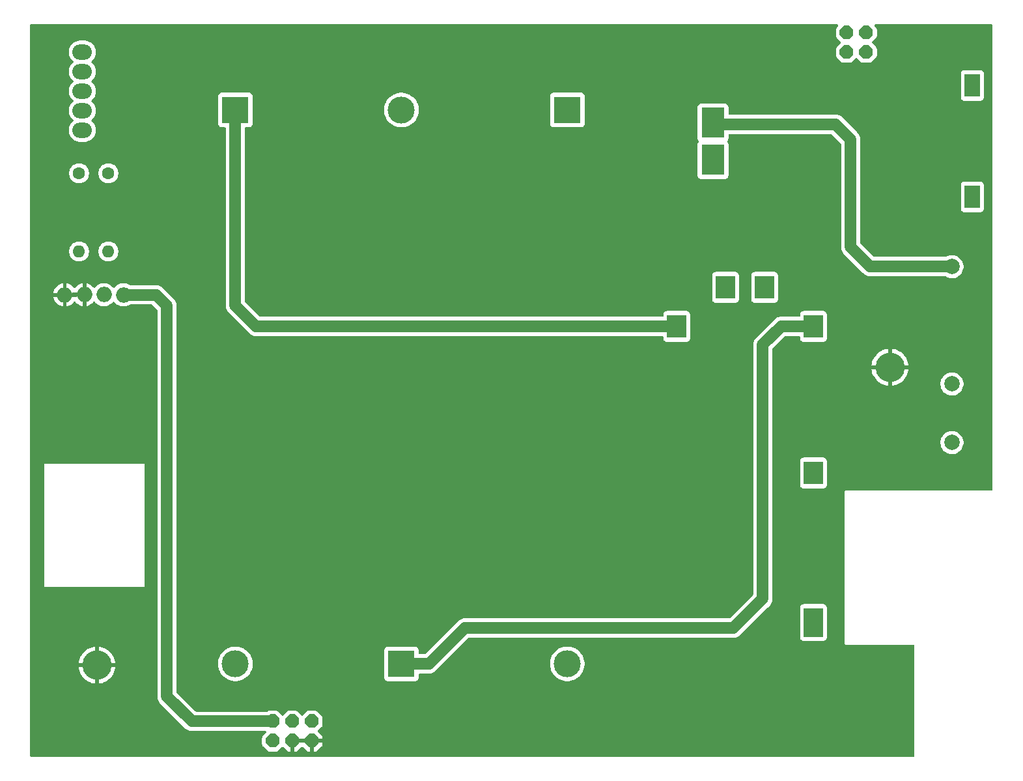
<source format=gbr>
%TF.GenerationSoftware,KiCad,Pcbnew,9.0.0*%
%TF.CreationDate,2025-05-09T22:52:22+03:00*%
%TF.ProjectId,QMX+ Battery + Audio Board,514d582b-2042-4617-9474-657279202b20,rev?*%
%TF.SameCoordinates,Original*%
%TF.FileFunction,Copper,L2,Bot*%
%TF.FilePolarity,Positive*%
%FSLAX46Y46*%
G04 Gerber Fmt 4.6, Leading zero omitted, Abs format (unit mm)*
G04 Created by KiCad (PCBNEW 9.0.0) date 2025-05-09 22:52:22*
%MOMM*%
%LPD*%
G01*
G04 APERTURE LIST*
G04 Aperture macros list*
%AMOutline5P*
0 Free polygon, 5 corners , with rotation*
0 The origin of the aperture is its center*
0 number of corners: always 5*
0 $1 to $10 corner X, Y*
0 $11 Rotation angle, in degrees counterclockwise*
0 create outline with 5 corners*
4,1,5,$1,$2,$3,$4,$5,$6,$7,$8,$9,$10,$1,$2,$11*%
%AMOutline6P*
0 Free polygon, 6 corners , with rotation*
0 The origin of the aperture is its center*
0 number of corners: always 6*
0 $1 to $12 corner X, Y*
0 $13 Rotation angle, in degrees counterclockwise*
0 create outline with 6 corners*
4,1,6,$1,$2,$3,$4,$5,$6,$7,$8,$9,$10,$11,$12,$1,$2,$13*%
%AMOutline7P*
0 Free polygon, 7 corners , with rotation*
0 The origin of the aperture is its center*
0 number of corners: always 7*
0 $1 to $14 corner X, Y*
0 $15 Rotation angle, in degrees counterclockwise*
0 create outline with 7 corners*
4,1,7,$1,$2,$3,$4,$5,$6,$7,$8,$9,$10,$11,$12,$13,$14,$1,$2,$15*%
%AMOutline8P*
0 Free polygon, 8 corners , with rotation*
0 The origin of the aperture is its center*
0 number of corners: always 8*
0 $1 to $16 corner X, Y*
0 $17 Rotation angle, in degrees counterclockwise*
0 create outline with 8 corners*
4,1,8,$1,$2,$3,$4,$5,$6,$7,$8,$9,$10,$11,$12,$13,$14,$15,$16,$1,$2,$17*%
G04 Aperture macros list end*
%TA.AperFunction,ComponentPad*%
%ADD10C,2.000000*%
%TD*%
%TA.AperFunction,ComponentPad*%
%ADD11R,2.000000X3.000000*%
%TD*%
%TA.AperFunction,ComponentPad*%
%ADD12R,3.000000X4.000000*%
%TD*%
%TA.AperFunction,ComponentPad*%
%ADD13R,3.500000X3.500000*%
%TD*%
%TA.AperFunction,ComponentPad*%
%ADD14C,3.500000*%
%TD*%
%TA.AperFunction,ComponentPad*%
%ADD15O,2.000000X2.000000*%
%TD*%
%TA.AperFunction,ComponentPad*%
%ADD16O,2.540000X2.000000*%
%TD*%
%TA.AperFunction,ComponentPad*%
%ADD17C,1.600000*%
%TD*%
%TA.AperFunction,ComponentPad*%
%ADD18O,1.600000X1.600000*%
%TD*%
%TA.AperFunction,ComponentPad*%
%ADD19R,2.520000X1.551400*%
%TD*%
%TA.AperFunction,ComponentPad*%
%ADD20R,2.500000X3.000000*%
%TD*%
%TA.AperFunction,ComponentPad*%
%ADD21C,3.810000*%
%TD*%
%TA.AperFunction,ComponentPad*%
%ADD22Outline8P,-0.889000X0.368236X-0.368236X0.889000X0.368236X0.889000X0.889000X0.368236X0.889000X-0.368236X0.368236X-0.889000X-0.368236X-0.889000X-0.889000X-0.368236X0.000000*%
%TD*%
%TA.AperFunction,ComponentPad*%
%ADD23Outline8P,-0.889000X0.368236X-0.368236X0.889000X0.368236X0.889000X0.889000X0.368236X0.889000X-0.368236X0.368236X-0.889000X-0.368236X-0.889000X-0.889000X-0.368236X270.000000*%
%TD*%
%TA.AperFunction,Conductor*%
%ADD24C,1.500000*%
%TD*%
G04 APERTURE END LIST*
D10*
%TO.P,F1,2*%
%TO.N,Net-(BMS1-+)*%
X210000000Y-101600000D03*
%TO.P,F1,1*%
%TO.N,Net-(J3-Pin_1)*%
X210000000Y-86360000D03*
%TO.P,F1,2*%
%TO.N,Net-(BMS1-+)*%
X210000000Y-109220000D03*
%TD*%
D11*
%TO.P,U1,1,VIN*%
%TO.N,unconnected-(U1-VIN-Pad1)*%
X212668500Y-77317500D03*
%TO.P,U1,2,GND*%
%TO.N,unconnected-(U1-GND-Pad2)*%
X212668500Y-62839500D03*
D12*
%TO.P,U1,3,BAT*%
%TO.N,Net-(J3-Pin_1)*%
X178938500Y-67665500D03*
%TO.P,U1,4,GND*%
%TO.N,Net-(BMS1--)*%
X178938500Y-72491500D03*
%TD*%
D13*
%TO.P,BT3,1,+*%
%TO.N,Net-(BMS1-12.6V)*%
X116840000Y-66000000D03*
D14*
%TO.P,BT3,2,-*%
%TO.N,Net-(BMS1-8.4V)*%
X116840000Y-138000000D03*
%TD*%
D15*
%TO.P,U2,1,VDD*%
%TO.N,Net-(J2-Pin_2)*%
X102284000Y-90028200D03*
%TO.P,U2,2,IN*%
%TO.N,Net-(U2-IN)*%
X99744000Y-90006100D03*
%TO.P,U2,3,GND*%
%TO.N,GND*%
X94655000Y-90028200D03*
X97204000Y-90006100D03*
%TD*%
D16*
%TO.P,J1,1,Pin_1*%
%TO.N,unconnected-(J1-Pin_1-Pad1)*%
X96940000Y-68640000D03*
%TO.P,J1,2,Pin_2*%
%TO.N,unconnected-(J1-Pin_2-Pad2)*%
X96940000Y-66100000D03*
%TO.P,J1,3,Pin_3*%
%TO.N,Net-(J1-Pin_3)*%
X96940000Y-63560000D03*
%TO.P,J1,4,Pin_4*%
%TO.N,Net-(J1-Pin_4)*%
X96940000Y-61020000D03*
%TO.P,J1,5,Pin_5*%
%TO.N,unconnected-(J1-Pin_5-Pad5)*%
X96940000Y-58480000D03*
%TD*%
D17*
%TO.P,R2,1*%
%TO.N,Net-(J1-Pin_4)*%
X96520000Y-74236000D03*
D18*
%TO.P,R2,2*%
%TO.N,Net-(U2-IN)*%
X96520000Y-84396000D03*
%TD*%
D17*
%TO.P,R1,1*%
%TO.N,Net-(J1-Pin_3)*%
X100330000Y-74236000D03*
D18*
%TO.P,R1,2*%
%TO.N,Net-(U2-IN)*%
X100330000Y-84396000D03*
%TD*%
D19*
%TO.P,BMS1,1,0V*%
%TO.N,Net-(BMS1-0V)*%
X192010000Y-133750300D03*
D20*
X192000000Y-132240000D03*
%TO.P,BMS1,2,4.2V*%
%TO.N,Net-(BMS1-4.2V)*%
X192000000Y-113190000D03*
%TO.P,BMS1,3,8.4V*%
%TO.N,Net-(BMS1-8.4V)*%
X192000000Y-94140000D03*
%TO.P,BMS1,4,12.6V*%
%TO.N,Net-(BMS1-12.6V)*%
X174220000Y-94140000D03*
%TO.P,BMS1,5,+*%
%TO.N,Net-(BMS1-+)*%
X180570000Y-89060000D03*
%TO.P,BMS1,6,-*%
%TO.N,Net-(BMS1--)*%
X185650000Y-89060000D03*
%TD*%
D21*
%TO.P,H1,B3\u002C3*%
%TO.N,GND*%
X98840000Y-138172500D03*
%TD*%
%TO.P,H2,B3\u002C3*%
%TO.N,GND*%
X201948750Y-99437500D03*
%TD*%
D13*
%TO.P,BT2,1,+*%
%TO.N,Net-(BMS1-8.4V)*%
X138430000Y-138000000D03*
D14*
%TO.P,BT2,2,-*%
%TO.N,Net-(BMS1-4.2V)*%
X138430000Y-66000000D03*
%TD*%
D13*
%TO.P,BT1,1,+*%
%TO.N,Net-(BMS1-4.2V)*%
X160000000Y-66000000D03*
D14*
%TO.P,BT1,2,-*%
%TO.N,Net-(BMS1-0V)*%
X160000000Y-138000000D03*
%TD*%
D22*
%TO.P,J2,1,Pin_1*%
%TO.N,unconnected-(J2-Pin_1-Pad1)*%
X121700000Y-148010000D03*
%TO.P,J2,2,Pin_2*%
%TO.N,Net-(J2-Pin_2)*%
X121700000Y-145470000D03*
%TO.P,J2,3,Pin_3*%
%TO.N,GND*%
X124240000Y-148010000D03*
%TO.P,J2,4,Pin_4*%
%TO.N,unconnected-(J2-Pin_4-Pad4)*%
X124240000Y-145470000D03*
%TO.P,J2,5,Pin_5*%
%TO.N,GND*%
X126780000Y-148010000D03*
%TO.P,J2,6,Pin_6*%
%TO.N,unconnected-(J2-Pin_6-Pad6)*%
X126780000Y-145470000D03*
%TD*%
D23*
%TO.P,J3,1,Pin_1*%
%TO.N,Net-(J3-Pin_1)*%
X196312500Y-55940000D03*
%TO.P,J3,2,Pin_2*%
%TO.N,unconnected-(J3-Pin_2-Pad2)*%
X198852500Y-55940000D03*
%TO.P,J3,3,Pin_3*%
%TO.N,Net-(BMS1--)*%
X196312500Y-58480000D03*
%TO.P,J3,4,Pin_4*%
%TO.N,unconnected-(J3-Pin_4-Pad4)*%
X198852500Y-58480000D03*
%TD*%
D24*
%TO.N,Net-(J3-Pin_1)*%
X199390000Y-86360000D02*
X210000000Y-86360000D01*
X196850000Y-83820000D02*
X199390000Y-86360000D01*
X196850000Y-69850000D02*
X196850000Y-83820000D01*
%TO.N,Net-(BMS1-12.6V)*%
X119540000Y-94140000D02*
X174220000Y-94140000D01*
X116840000Y-66000000D02*
X116840000Y-91440000D01*
X116840000Y-91440000D02*
X119540000Y-94140000D01*
%TO.N,Net-(BMS1-8.4V)*%
X146650000Y-133350000D02*
X181610000Y-133350000D01*
X187800000Y-94140000D02*
X192000000Y-94140000D01*
X181610000Y-133350000D02*
X185420000Y-129540000D01*
X138430000Y-138000000D02*
X142000000Y-138000000D01*
X185420000Y-96520000D02*
X187800000Y-94140000D01*
X185420000Y-129540000D02*
X185420000Y-96520000D01*
X142000000Y-138000000D02*
X146650000Y-133350000D01*
%TO.N,Net-(J2-Pin_2)*%
X106538200Y-90028200D02*
X102284000Y-90028200D01*
X107950000Y-142240000D02*
X107950000Y-91440000D01*
X121700000Y-145470000D02*
X111180000Y-145470000D01*
X111180000Y-145470000D02*
X107950000Y-142240000D01*
X107950000Y-91440000D02*
X106538200Y-90028200D01*
%TO.N,Net-(J3-Pin_1)*%
X194861600Y-67861600D02*
X178938500Y-67861600D01*
X178938500Y-68580000D02*
X178938500Y-67861600D01*
X196850000Y-69850000D02*
X194861600Y-67861600D01*
%TD*%
%TA.AperFunction,Conductor*%
%TO.N,GND*%
G36*
X126306619Y-147813919D02*
G01*
X126272000Y-147943120D01*
X126272000Y-148076880D01*
X126306619Y-148206081D01*
X126337749Y-148260000D01*
X124682251Y-148260000D01*
X124713381Y-148206081D01*
X124748000Y-148076880D01*
X124748000Y-147943120D01*
X124713381Y-147813919D01*
X124682251Y-147760000D01*
X126337749Y-147760000D01*
X126306619Y-147813919D01*
G37*
%TD.AperFunction*%
%TA.AperFunction,Conductor*%
G36*
X96738075Y-89813107D02*
G01*
X96704000Y-89940274D01*
X96704000Y-90071926D01*
X96738075Y-90199093D01*
X96770988Y-90256100D01*
X96273179Y-90256100D01*
X96237896Y-90275366D01*
X96211538Y-90278200D01*
X95088012Y-90278200D01*
X95120925Y-90221193D01*
X95155000Y-90094026D01*
X95155000Y-89962374D01*
X95120925Y-89835207D01*
X95088012Y-89778200D01*
X95585821Y-89778200D01*
X95621104Y-89758934D01*
X95647462Y-89756100D01*
X96770988Y-89756100D01*
X96738075Y-89813107D01*
G37*
%TD.AperFunction*%
%TA.AperFunction,Conductor*%
G36*
X195184627Y-54890185D02*
G01*
X195230382Y-54942989D01*
X195240326Y-55012147D01*
X195211301Y-55075703D01*
X195205269Y-55082181D01*
X195040628Y-55246821D01*
X195040611Y-55246840D01*
X194988636Y-55313745D01*
X194988635Y-55313746D01*
X194933561Y-55446710D01*
X194933559Y-55446717D01*
X194923000Y-55530783D01*
X194922999Y-55530790D01*
X194922999Y-56349210D01*
X194933559Y-56433282D01*
X194933560Y-56433286D01*
X194988636Y-56566251D01*
X195000238Y-56581186D01*
X195040621Y-56633171D01*
X195040625Y-56633175D01*
X195040626Y-56633176D01*
X195529768Y-57122318D01*
X195563253Y-57183641D01*
X195558269Y-57253333D01*
X195529768Y-57297680D01*
X195040628Y-57786821D01*
X195040611Y-57786840D01*
X194988636Y-57853745D01*
X194988635Y-57853746D01*
X194933561Y-57986710D01*
X194933559Y-57986717D01*
X194923000Y-58070783D01*
X194922999Y-58070790D01*
X194922999Y-58889210D01*
X194933559Y-58973282D01*
X194933560Y-58973286D01*
X194988636Y-59106251D01*
X195000238Y-59121186D01*
X195040621Y-59173171D01*
X195040625Y-59173175D01*
X195040626Y-59173176D01*
X195619321Y-59751871D01*
X195619340Y-59751888D01*
X195686245Y-59803863D01*
X195686246Y-59803864D01*
X195758963Y-59833983D01*
X195819214Y-59858940D01*
X195903287Y-59869500D01*
X196721709Y-59869501D01*
X196805785Y-59858940D01*
X196938752Y-59803863D01*
X197005671Y-59751879D01*
X197494818Y-59262729D01*
X197556141Y-59229245D01*
X197625832Y-59234229D01*
X197670180Y-59262730D01*
X198159321Y-59751871D01*
X198159340Y-59751888D01*
X198226245Y-59803863D01*
X198226246Y-59803864D01*
X198298963Y-59833983D01*
X198359214Y-59858940D01*
X198443287Y-59869500D01*
X199261709Y-59869501D01*
X199345785Y-59858940D01*
X199478752Y-59803863D01*
X199545671Y-59751879D01*
X200124382Y-59173167D01*
X200176364Y-59106253D01*
X200231440Y-58973286D01*
X200242000Y-58889213D01*
X200242001Y-58070791D01*
X200231440Y-57986715D01*
X200176363Y-57853748D01*
X200124379Y-57786829D01*
X199840037Y-57502487D01*
X199635230Y-57297680D01*
X199601745Y-57236357D01*
X199606729Y-57166665D01*
X199635228Y-57122320D01*
X200124382Y-56633167D01*
X200176364Y-56566253D01*
X200231440Y-56433286D01*
X200242000Y-56349213D01*
X200242001Y-55530791D01*
X200231440Y-55446715D01*
X200176363Y-55313748D01*
X200124379Y-55246829D01*
X199959731Y-55082181D01*
X199926246Y-55020858D01*
X199931230Y-54951166D01*
X199973102Y-54895233D01*
X200038566Y-54870816D01*
X200047412Y-54870500D01*
X215180500Y-54870500D01*
X215247539Y-54890185D01*
X215293294Y-54942989D01*
X215304500Y-54994500D01*
X215304500Y-115305500D01*
X215284815Y-115372539D01*
X215232011Y-115418294D01*
X215180500Y-115429500D01*
X196223866Y-115429500D01*
X196150175Y-115460024D01*
X196093774Y-115516425D01*
X196063250Y-115590116D01*
X196063250Y-115590118D01*
X196063250Y-135275118D01*
X196063250Y-135354882D01*
X196093774Y-135428574D01*
X196150176Y-135484976D01*
X196223868Y-135515500D01*
X205020500Y-135515500D01*
X205087539Y-135535185D01*
X205133294Y-135587989D01*
X205144500Y-135639500D01*
X205144500Y-149935500D01*
X205124815Y-150002539D01*
X205072011Y-150048294D01*
X205020500Y-150059500D01*
X90274500Y-150059500D01*
X90207461Y-150039815D01*
X90161706Y-149987011D01*
X90150500Y-149935500D01*
X90150500Y-137922500D01*
X96447951Y-137922500D01*
X97209029Y-137922500D01*
X97190000Y-138042642D01*
X97190000Y-138302358D01*
X97209029Y-138422500D01*
X96447951Y-138422500D01*
X96465243Y-138575974D01*
X96465245Y-138575990D01*
X96525352Y-138839337D01*
X96525353Y-138839339D01*
X96614569Y-139094306D01*
X96614571Y-139094310D01*
X96731767Y-139337671D01*
X96875485Y-139566395D01*
X97043904Y-139777587D01*
X97234912Y-139968595D01*
X97446104Y-140137014D01*
X97674828Y-140280732D01*
X97918189Y-140397928D01*
X97918193Y-140397930D01*
X98173160Y-140487146D01*
X98173162Y-140487147D01*
X98436509Y-140547254D01*
X98436525Y-140547256D01*
X98590000Y-140564549D01*
X98590000Y-139803471D01*
X98710142Y-139822500D01*
X98969858Y-139822500D01*
X99090000Y-139803471D01*
X99090000Y-140564548D01*
X99243474Y-140547256D01*
X99243490Y-140547254D01*
X99506837Y-140487147D01*
X99506839Y-140487146D01*
X99761806Y-140397930D01*
X99761810Y-140397928D01*
X100005171Y-140280732D01*
X100233895Y-140137014D01*
X100445087Y-139968595D01*
X100636095Y-139777587D01*
X100804514Y-139566395D01*
X100948232Y-139337671D01*
X101065428Y-139094310D01*
X101065430Y-139094306D01*
X101154646Y-138839339D01*
X101154647Y-138839337D01*
X101214754Y-138575990D01*
X101214756Y-138575974D01*
X101232049Y-138422500D01*
X100470971Y-138422500D01*
X100490000Y-138302358D01*
X100490000Y-138042642D01*
X100470971Y-137922500D01*
X101232049Y-137922500D01*
X101214756Y-137769025D01*
X101214754Y-137769009D01*
X101154647Y-137505662D01*
X101154646Y-137505660D01*
X101065430Y-137250693D01*
X101065428Y-137250689D01*
X100948232Y-137007328D01*
X100804514Y-136778604D01*
X100636095Y-136567412D01*
X100445087Y-136376404D01*
X100233895Y-136207985D01*
X100005171Y-136064267D01*
X99761810Y-135947071D01*
X99761806Y-135947069D01*
X99506839Y-135857853D01*
X99506837Y-135857852D01*
X99243490Y-135797745D01*
X99243474Y-135797743D01*
X99090000Y-135780449D01*
X99090000Y-136541528D01*
X98969858Y-136522500D01*
X98710142Y-136522500D01*
X98590000Y-136541528D01*
X98590000Y-135780449D01*
X98436525Y-135797743D01*
X98436509Y-135797745D01*
X98173162Y-135857852D01*
X98173160Y-135857853D01*
X97918193Y-135947069D01*
X97918189Y-135947071D01*
X97674828Y-136064267D01*
X97446104Y-136207985D01*
X97234912Y-136376404D01*
X97043904Y-136567412D01*
X96875485Y-136778604D01*
X96731767Y-137007328D01*
X96614571Y-137250689D01*
X96614569Y-137250693D01*
X96525353Y-137505660D01*
X96525352Y-137505662D01*
X96465245Y-137769009D01*
X96465243Y-137769025D01*
X96447951Y-137922500D01*
X90150500Y-137922500D01*
X90150500Y-128000000D01*
X92000000Y-128000000D01*
X105000000Y-128000000D01*
X105000000Y-112000000D01*
X92000000Y-112000000D01*
X92000000Y-128000000D01*
X90150500Y-128000000D01*
X90150500Y-89778200D01*
X93175898Y-89778200D01*
X94221988Y-89778200D01*
X94189075Y-89835207D01*
X94155000Y-89962374D01*
X94155000Y-90094026D01*
X94189075Y-90221193D01*
X94221988Y-90278200D01*
X93175898Y-90278200D01*
X93191934Y-90379447D01*
X93264897Y-90604002D01*
X93372085Y-90814371D01*
X93510866Y-91005386D01*
X93677813Y-91172333D01*
X93868828Y-91311114D01*
X94079195Y-91418302D01*
X94303744Y-91491263D01*
X94303750Y-91491265D01*
X94405000Y-91507301D01*
X94405000Y-90461212D01*
X94462007Y-90494125D01*
X94589174Y-90528200D01*
X94720826Y-90528200D01*
X94847993Y-90494125D01*
X94905000Y-90461212D01*
X94905000Y-91507300D01*
X95006249Y-91491265D01*
X95006255Y-91491263D01*
X95230804Y-91418302D01*
X95441171Y-91311114D01*
X95632186Y-91172333D01*
X95799139Y-91005380D01*
X95837209Y-90952980D01*
X95892538Y-90910314D01*
X95962151Y-90904333D01*
X96023947Y-90936938D01*
X96037846Y-90952978D01*
X96059866Y-90983286D01*
X96226813Y-91150233D01*
X96417828Y-91289014D01*
X96628195Y-91396202D01*
X96852744Y-91469163D01*
X96852750Y-91469165D01*
X96954000Y-91485201D01*
X96954000Y-90439112D01*
X97011007Y-90472025D01*
X97138174Y-90506100D01*
X97269826Y-90506100D01*
X97396993Y-90472025D01*
X97454000Y-90439112D01*
X97454000Y-91485200D01*
X97555249Y-91469165D01*
X97555255Y-91469163D01*
X97779804Y-91396202D01*
X97990171Y-91289014D01*
X98181186Y-91150233D01*
X98348137Y-90983282D01*
X98373371Y-90948550D01*
X98428700Y-90905883D01*
X98498314Y-90899902D01*
X98560109Y-90932507D01*
X98574008Y-90948547D01*
X98599483Y-90983610D01*
X98766490Y-91150617D01*
X98957567Y-91289443D01*
X99000099Y-91311114D01*
X99168003Y-91396666D01*
X99168005Y-91396666D01*
X99168008Y-91396668D01*
X99236025Y-91418768D01*
X99392631Y-91469653D01*
X99625903Y-91506600D01*
X99625908Y-91506600D01*
X99862097Y-91506600D01*
X100095368Y-91469653D01*
X100096876Y-91469163D01*
X100319992Y-91396668D01*
X100530433Y-91289443D01*
X100721510Y-91150617D01*
X100888517Y-90983610D01*
X100905651Y-90960026D01*
X100960979Y-90917359D01*
X101030593Y-90911378D01*
X101092389Y-90943982D01*
X101106288Y-90960022D01*
X101139482Y-91005709D01*
X101139483Y-91005710D01*
X101306490Y-91172717D01*
X101497567Y-91311543D01*
X101556512Y-91341577D01*
X101708003Y-91418766D01*
X101708005Y-91418766D01*
X101708008Y-91418768D01*
X101828412Y-91457889D01*
X101932631Y-91491753D01*
X102165903Y-91528700D01*
X102165908Y-91528700D01*
X102402097Y-91528700D01*
X102635368Y-91491753D01*
X102655536Y-91485200D01*
X102859992Y-91418768D01*
X103070433Y-91311543D01*
X103076799Y-91306917D01*
X103083043Y-91302382D01*
X103148849Y-91278902D01*
X103155928Y-91278700D01*
X105968864Y-91278700D01*
X106035903Y-91298385D01*
X106056545Y-91315019D01*
X106663181Y-91921655D01*
X106696666Y-91982978D01*
X106699500Y-92009336D01*
X106699500Y-142338422D01*
X106730290Y-142532826D01*
X106791117Y-142720030D01*
X106880476Y-142895405D01*
X106996172Y-143054646D01*
X110365354Y-146423828D01*
X110524595Y-146539524D01*
X110699974Y-146628884D01*
X110699976Y-146628884D01*
X110699979Y-146628886D01*
X110699977Y-146628886D01*
X110876178Y-146686136D01*
X110876179Y-146686137D01*
X110883145Y-146688400D01*
X110887174Y-146689709D01*
X110984378Y-146705104D01*
X111081578Y-146720500D01*
X111081583Y-146720500D01*
X111081584Y-146720500D01*
X111278417Y-146720500D01*
X120725087Y-146720500D01*
X120792126Y-146740185D01*
X120837881Y-146792989D01*
X120847825Y-146862147D01*
X120818800Y-146925703D01*
X120812768Y-146932181D01*
X120428128Y-147316821D01*
X120428111Y-147316840D01*
X120376136Y-147383745D01*
X120376135Y-147383746D01*
X120321061Y-147516710D01*
X120321059Y-147516717D01*
X120310500Y-147600783D01*
X120310499Y-147600790D01*
X120310499Y-148419210D01*
X120321059Y-148503282D01*
X120321060Y-148503286D01*
X120376136Y-148636251D01*
X120376137Y-148636252D01*
X120428121Y-148703171D01*
X120428125Y-148703175D01*
X120428126Y-148703176D01*
X121006821Y-149281871D01*
X121006840Y-149281888D01*
X121073745Y-149333863D01*
X121073746Y-149333864D01*
X121146463Y-149363983D01*
X121206714Y-149388940D01*
X121290787Y-149399500D01*
X122109209Y-149399501D01*
X122193285Y-149388940D01*
X122326252Y-149333863D01*
X122393171Y-149281879D01*
X122882674Y-148792374D01*
X122943995Y-148758891D01*
X123013686Y-148763875D01*
X123058034Y-148792376D01*
X123547154Y-149281496D01*
X123547167Y-149281507D01*
X123614005Y-149333429D01*
X123746839Y-149388450D01*
X123830825Y-149398999D01*
X123989999Y-149398999D01*
X123990000Y-149398998D01*
X123990000Y-148452251D01*
X124043919Y-148483381D01*
X124173120Y-148518000D01*
X124306880Y-148518000D01*
X124436081Y-148483381D01*
X124490000Y-148452251D01*
X124490000Y-149398999D01*
X124649170Y-149398999D01*
X124733160Y-149388451D01*
X124865993Y-149333429D01*
X124932840Y-149281500D01*
X124932846Y-149281495D01*
X125422319Y-148792023D01*
X125483642Y-148758538D01*
X125553334Y-148763522D01*
X125597681Y-148792023D01*
X126087154Y-149281496D01*
X126087167Y-149281507D01*
X126154005Y-149333429D01*
X126286839Y-149388450D01*
X126370825Y-149398999D01*
X126529999Y-149398999D01*
X126530000Y-149398998D01*
X126530000Y-148452251D01*
X126583919Y-148483381D01*
X126713120Y-148518000D01*
X126846880Y-148518000D01*
X126976081Y-148483381D01*
X127030000Y-148452251D01*
X127030000Y-149398999D01*
X127189170Y-149398999D01*
X127273160Y-149388451D01*
X127405993Y-149333429D01*
X127472840Y-149281500D01*
X127472846Y-149281495D01*
X128051496Y-148702845D01*
X128051507Y-148702832D01*
X128103429Y-148635994D01*
X128103429Y-148635993D01*
X128158450Y-148503160D01*
X128168999Y-148419177D01*
X128169000Y-148419171D01*
X128169000Y-148260000D01*
X127222251Y-148260000D01*
X127253381Y-148206081D01*
X127288000Y-148076880D01*
X127288000Y-147943120D01*
X127253381Y-147813919D01*
X127222251Y-147760000D01*
X128168999Y-147760000D01*
X128168999Y-147600829D01*
X128158451Y-147516839D01*
X128103429Y-147384006D01*
X128051500Y-147317159D01*
X128051495Y-147317153D01*
X127562376Y-146828034D01*
X127528891Y-146766711D01*
X127533875Y-146697019D01*
X127562372Y-146652677D01*
X128051882Y-146163167D01*
X128103864Y-146096253D01*
X128158940Y-145963286D01*
X128169500Y-145879213D01*
X128169501Y-145060791D01*
X128158940Y-144976715D01*
X128103863Y-144843748D01*
X128051879Y-144776829D01*
X127962319Y-144687269D01*
X127473178Y-144198128D01*
X127473159Y-144198111D01*
X127406254Y-144146136D01*
X127406253Y-144146135D01*
X127273289Y-144091061D01*
X127273287Y-144091060D01*
X127273286Y-144091060D01*
X127273285Y-144091059D01*
X127273282Y-144091059D01*
X127189216Y-144080500D01*
X127189209Y-144080499D01*
X126370789Y-144080499D01*
X126286717Y-144091059D01*
X126286713Y-144091060D01*
X126153748Y-144146136D01*
X126086829Y-144198121D01*
X126086823Y-144198126D01*
X125597681Y-144687269D01*
X125536358Y-144720754D01*
X125466666Y-144715770D01*
X125422319Y-144687269D01*
X124933178Y-144198128D01*
X124933159Y-144198111D01*
X124866254Y-144146136D01*
X124866253Y-144146135D01*
X124733289Y-144091061D01*
X124733287Y-144091060D01*
X124733286Y-144091060D01*
X124733285Y-144091059D01*
X124733282Y-144091059D01*
X124649216Y-144080500D01*
X124649209Y-144080499D01*
X123830789Y-144080499D01*
X123746717Y-144091059D01*
X123746713Y-144091060D01*
X123613748Y-144146136D01*
X123546829Y-144198121D01*
X123546823Y-144198126D01*
X123057681Y-144687269D01*
X122996358Y-144720754D01*
X122926666Y-144715770D01*
X122882319Y-144687269D01*
X122393178Y-144198128D01*
X122393159Y-144198111D01*
X122326254Y-144146136D01*
X122326253Y-144146135D01*
X122193289Y-144091061D01*
X122193287Y-144091060D01*
X122193286Y-144091060D01*
X122193285Y-144091059D01*
X122193282Y-144091059D01*
X122109216Y-144080500D01*
X122109209Y-144080499D01*
X121290789Y-144080499D01*
X121206717Y-144091059D01*
X121206713Y-144091060D01*
X121073748Y-144146136D01*
X121036902Y-144174759D01*
X121012873Y-144193425D01*
X120947857Y-144219006D01*
X120936804Y-144219500D01*
X111749336Y-144219500D01*
X111682297Y-144199815D01*
X111661655Y-144183181D01*
X109236819Y-141758345D01*
X109203334Y-141697022D01*
X109200500Y-141670664D01*
X109200500Y-137852486D01*
X114589500Y-137852486D01*
X114589500Y-138147513D01*
X114609887Y-138302358D01*
X114628007Y-138439993D01*
X114664443Y-138575974D01*
X114704361Y-138724951D01*
X114704364Y-138724961D01*
X114817254Y-138997500D01*
X114817258Y-138997510D01*
X114964761Y-139252993D01*
X115144352Y-139487040D01*
X115144358Y-139487047D01*
X115352952Y-139695641D01*
X115352959Y-139695647D01*
X115587006Y-139875238D01*
X115842489Y-140022741D01*
X115842490Y-140022741D01*
X115842493Y-140022743D01*
X116115048Y-140135639D01*
X116400007Y-140211993D01*
X116678415Y-140248646D01*
X116692478Y-140250498D01*
X116692494Y-140250500D01*
X116692501Y-140250500D01*
X116987499Y-140250500D01*
X116987506Y-140250500D01*
X117279993Y-140211993D01*
X117564952Y-140135639D01*
X117837507Y-140022743D01*
X118092994Y-139875238D01*
X118327042Y-139695646D01*
X118535646Y-139487042D01*
X118715238Y-139252994D01*
X118862743Y-138997507D01*
X118975639Y-138724952D01*
X119051993Y-138439993D01*
X119090500Y-138147506D01*
X119090500Y-137852494D01*
X119051993Y-137560007D01*
X118975639Y-137275048D01*
X118862743Y-137002493D01*
X118811623Y-136913951D01*
X118715238Y-136747006D01*
X118535647Y-136512959D01*
X118535641Y-136512952D01*
X118327047Y-136304358D01*
X118327040Y-136304352D01*
X118317696Y-136297182D01*
X118193829Y-136202135D01*
X136179500Y-136202135D01*
X136179500Y-139797870D01*
X136179501Y-139797876D01*
X136185908Y-139857483D01*
X136236202Y-139992328D01*
X136236206Y-139992335D01*
X136322452Y-140107544D01*
X136322455Y-140107547D01*
X136437664Y-140193793D01*
X136437671Y-140193797D01*
X136572517Y-140244091D01*
X136572516Y-140244091D01*
X136579444Y-140244835D01*
X136632127Y-140250500D01*
X140227872Y-140250499D01*
X140287483Y-140244091D01*
X140422331Y-140193796D01*
X140537546Y-140107546D01*
X140623796Y-139992331D01*
X140674091Y-139857483D01*
X140680500Y-139797873D01*
X140680500Y-139374500D01*
X140700185Y-139307461D01*
X140752989Y-139261706D01*
X140804500Y-139250500D01*
X142098422Y-139250500D01*
X142292826Y-139219709D01*
X142480026Y-139158884D01*
X142655405Y-139069524D01*
X142814646Y-138953828D01*
X143915988Y-137852486D01*
X157749500Y-137852486D01*
X157749500Y-138147513D01*
X157769887Y-138302358D01*
X157788007Y-138439993D01*
X157824443Y-138575974D01*
X157864361Y-138724951D01*
X157864364Y-138724961D01*
X157977254Y-138997500D01*
X157977258Y-138997510D01*
X158124761Y-139252993D01*
X158304352Y-139487040D01*
X158304358Y-139487047D01*
X158512952Y-139695641D01*
X158512959Y-139695647D01*
X158747006Y-139875238D01*
X159002489Y-140022741D01*
X159002490Y-140022741D01*
X159002493Y-140022743D01*
X159275048Y-140135639D01*
X159560007Y-140211993D01*
X159838415Y-140248646D01*
X159852478Y-140250498D01*
X159852494Y-140250500D01*
X159852501Y-140250500D01*
X160147499Y-140250500D01*
X160147506Y-140250500D01*
X160439993Y-140211993D01*
X160724952Y-140135639D01*
X160997507Y-140022743D01*
X161252994Y-139875238D01*
X161487042Y-139695646D01*
X161695646Y-139487042D01*
X161875238Y-139252994D01*
X162022743Y-138997507D01*
X162135639Y-138724952D01*
X162211993Y-138439993D01*
X162250500Y-138147506D01*
X162250500Y-137852494D01*
X162211993Y-137560007D01*
X162135639Y-137275048D01*
X162022743Y-137002493D01*
X161971623Y-136913951D01*
X161875238Y-136747006D01*
X161695647Y-136512959D01*
X161695641Y-136512952D01*
X161487047Y-136304358D01*
X161487040Y-136304352D01*
X161252993Y-136124761D01*
X160997510Y-135977258D01*
X160997500Y-135977254D01*
X160724961Y-135864364D01*
X160724954Y-135864362D01*
X160724952Y-135864361D01*
X160439993Y-135788007D01*
X160382585Y-135780449D01*
X160147513Y-135749500D01*
X160147506Y-135749500D01*
X159852494Y-135749500D01*
X159852486Y-135749500D01*
X159574085Y-135786153D01*
X159560007Y-135788007D01*
X159492087Y-135806206D01*
X159275048Y-135864361D01*
X159275038Y-135864364D01*
X159002499Y-135977254D01*
X159002489Y-135977258D01*
X158747006Y-136124761D01*
X158512959Y-136304352D01*
X158512952Y-136304358D01*
X158304358Y-136512952D01*
X158304352Y-136512959D01*
X158124761Y-136747006D01*
X157977258Y-137002489D01*
X157977254Y-137002499D01*
X157864364Y-137275038D01*
X157864361Y-137275048D01*
X157788008Y-137560004D01*
X157788006Y-137560015D01*
X157749500Y-137852486D01*
X143915988Y-137852486D01*
X147131655Y-134636819D01*
X147192978Y-134603334D01*
X147219336Y-134600500D01*
X181708422Y-134600500D01*
X181902826Y-134569709D01*
X182090026Y-134508884D01*
X182265405Y-134419524D01*
X182424646Y-134303828D01*
X186036339Y-130692135D01*
X190249500Y-130692135D01*
X190249500Y-134573870D01*
X190249501Y-134573876D01*
X190255908Y-134633483D01*
X190306202Y-134768328D01*
X190306206Y-134768335D01*
X190392452Y-134883544D01*
X190392455Y-134883547D01*
X190507664Y-134969793D01*
X190507671Y-134969797D01*
X190642517Y-135020091D01*
X190642516Y-135020091D01*
X190649444Y-135020835D01*
X190702127Y-135026500D01*
X193317872Y-135026499D01*
X193377483Y-135020091D01*
X193512331Y-134969796D01*
X193627546Y-134883546D01*
X193713796Y-134768331D01*
X193764091Y-134633483D01*
X193770500Y-134573873D01*
X193770499Y-132926728D01*
X193764091Y-132867117D01*
X193758317Y-132851636D01*
X193750499Y-132808302D01*
X193750499Y-130692129D01*
X193750498Y-130692123D01*
X193750497Y-130692116D01*
X193744091Y-130632517D01*
X193693796Y-130497669D01*
X193693795Y-130497668D01*
X193693793Y-130497664D01*
X193607547Y-130382455D01*
X193607544Y-130382452D01*
X193492335Y-130296206D01*
X193492328Y-130296202D01*
X193357482Y-130245908D01*
X193357483Y-130245908D01*
X193297883Y-130239501D01*
X193297881Y-130239500D01*
X193297873Y-130239500D01*
X193297864Y-130239500D01*
X190702129Y-130239500D01*
X190702123Y-130239501D01*
X190642516Y-130245908D01*
X190507671Y-130296202D01*
X190507664Y-130296206D01*
X190392455Y-130382452D01*
X190392452Y-130382455D01*
X190306206Y-130497664D01*
X190306202Y-130497671D01*
X190255908Y-130632517D01*
X190249501Y-130692116D01*
X190249501Y-130692123D01*
X190249500Y-130692135D01*
X186036339Y-130692135D01*
X186373829Y-130354645D01*
X186489524Y-130195405D01*
X186578884Y-130020026D01*
X186639709Y-129832826D01*
X186670500Y-129638421D01*
X186670500Y-111642135D01*
X190249500Y-111642135D01*
X190249500Y-114737870D01*
X190249501Y-114737876D01*
X190255908Y-114797483D01*
X190306202Y-114932328D01*
X190306206Y-114932335D01*
X190392452Y-115047544D01*
X190392455Y-115047547D01*
X190507664Y-115133793D01*
X190507671Y-115133797D01*
X190642517Y-115184091D01*
X190642516Y-115184091D01*
X190649444Y-115184835D01*
X190702127Y-115190500D01*
X193297872Y-115190499D01*
X193357483Y-115184091D01*
X193492331Y-115133796D01*
X193607546Y-115047546D01*
X193693796Y-114932331D01*
X193744091Y-114797483D01*
X193750500Y-114737873D01*
X193750499Y-111642128D01*
X193744091Y-111582517D01*
X193693796Y-111447669D01*
X193693795Y-111447668D01*
X193693793Y-111447664D01*
X193607547Y-111332455D01*
X193607544Y-111332452D01*
X193492335Y-111246206D01*
X193492328Y-111246202D01*
X193357482Y-111195908D01*
X193357483Y-111195908D01*
X193297883Y-111189501D01*
X193297881Y-111189500D01*
X193297873Y-111189500D01*
X193297864Y-111189500D01*
X190702129Y-111189500D01*
X190702123Y-111189501D01*
X190642516Y-111195908D01*
X190507671Y-111246202D01*
X190507664Y-111246206D01*
X190392455Y-111332452D01*
X190392452Y-111332455D01*
X190306206Y-111447664D01*
X190306202Y-111447671D01*
X190255908Y-111582517D01*
X190249501Y-111642116D01*
X190249501Y-111642123D01*
X190249500Y-111642135D01*
X186670500Y-111642135D01*
X186670500Y-109101902D01*
X208499500Y-109101902D01*
X208499500Y-109338097D01*
X208536446Y-109571368D01*
X208609433Y-109795996D01*
X208716657Y-110006433D01*
X208855483Y-110197510D01*
X209022490Y-110364517D01*
X209213567Y-110503343D01*
X209312991Y-110554002D01*
X209424003Y-110610566D01*
X209424005Y-110610566D01*
X209424008Y-110610568D01*
X209544412Y-110649689D01*
X209648631Y-110683553D01*
X209881903Y-110720500D01*
X209881908Y-110720500D01*
X210118097Y-110720500D01*
X210351368Y-110683553D01*
X210575992Y-110610568D01*
X210786433Y-110503343D01*
X210977510Y-110364517D01*
X211144517Y-110197510D01*
X211283343Y-110006433D01*
X211390568Y-109795992D01*
X211463553Y-109571368D01*
X211500500Y-109338097D01*
X211500500Y-109101902D01*
X211463553Y-108868631D01*
X211390566Y-108644003D01*
X211283342Y-108433566D01*
X211144517Y-108242490D01*
X210977510Y-108075483D01*
X210786433Y-107936657D01*
X210575996Y-107829433D01*
X210351368Y-107756446D01*
X210118097Y-107719500D01*
X210118092Y-107719500D01*
X209881908Y-107719500D01*
X209881903Y-107719500D01*
X209648631Y-107756446D01*
X209424003Y-107829433D01*
X209213566Y-107936657D01*
X209104550Y-108015862D01*
X209022490Y-108075483D01*
X209022488Y-108075485D01*
X209022487Y-108075485D01*
X208855485Y-108242487D01*
X208855485Y-108242488D01*
X208855483Y-108242490D01*
X208795862Y-108324550D01*
X208716657Y-108433566D01*
X208609433Y-108644003D01*
X208536446Y-108868631D01*
X208499500Y-109101902D01*
X186670500Y-109101902D01*
X186670500Y-99187500D01*
X199556701Y-99187500D01*
X200317779Y-99187500D01*
X200298750Y-99307642D01*
X200298750Y-99567358D01*
X200317779Y-99687500D01*
X199556701Y-99687500D01*
X199573993Y-99840974D01*
X199573995Y-99840990D01*
X199634102Y-100104337D01*
X199634103Y-100104339D01*
X199723319Y-100359306D01*
X199723321Y-100359310D01*
X199840517Y-100602671D01*
X199984235Y-100831395D01*
X200152654Y-101042587D01*
X200343662Y-101233595D01*
X200554854Y-101402014D01*
X200783578Y-101545732D01*
X201026939Y-101662928D01*
X201026943Y-101662930D01*
X201281910Y-101752146D01*
X201281912Y-101752147D01*
X201545259Y-101812254D01*
X201545275Y-101812256D01*
X201698750Y-101829549D01*
X201698750Y-101068471D01*
X201818892Y-101087500D01*
X202078608Y-101087500D01*
X202198750Y-101068471D01*
X202198750Y-101829548D01*
X202352224Y-101812256D01*
X202352240Y-101812254D01*
X202615587Y-101752147D01*
X202615589Y-101752146D01*
X202870556Y-101662930D01*
X202870560Y-101662928D01*
X203113921Y-101545732D01*
X203215505Y-101481902D01*
X208499500Y-101481902D01*
X208499500Y-101718097D01*
X208536446Y-101951368D01*
X208609433Y-102175996D01*
X208716657Y-102386433D01*
X208855483Y-102577510D01*
X209022490Y-102744517D01*
X209213567Y-102883343D01*
X209312991Y-102934002D01*
X209424003Y-102990566D01*
X209424005Y-102990566D01*
X209424008Y-102990568D01*
X209544412Y-103029689D01*
X209648631Y-103063553D01*
X209881903Y-103100500D01*
X209881908Y-103100500D01*
X210118097Y-103100500D01*
X210351368Y-103063553D01*
X210575992Y-102990568D01*
X210786433Y-102883343D01*
X210977510Y-102744517D01*
X211144517Y-102577510D01*
X211283343Y-102386433D01*
X211390568Y-102175992D01*
X211463553Y-101951368D01*
X211482847Y-101829549D01*
X211500500Y-101718097D01*
X211500500Y-101481902D01*
X211463553Y-101248631D01*
X211411198Y-101087500D01*
X211390568Y-101024008D01*
X211390566Y-101024005D01*
X211390566Y-101024003D01*
X211301247Y-100848706D01*
X211283343Y-100813567D01*
X211144517Y-100622490D01*
X210977510Y-100455483D01*
X210786433Y-100316657D01*
X210575996Y-100209433D01*
X210351368Y-100136446D01*
X210118097Y-100099500D01*
X210118092Y-100099500D01*
X209881908Y-100099500D01*
X209881903Y-100099500D01*
X209648631Y-100136446D01*
X209424003Y-100209433D01*
X209213566Y-100316657D01*
X209154860Y-100359310D01*
X209022490Y-100455483D01*
X209022488Y-100455485D01*
X209022487Y-100455485D01*
X208855485Y-100622487D01*
X208855485Y-100622488D01*
X208855483Y-100622490D01*
X208802039Y-100696049D01*
X208716657Y-100813566D01*
X208609433Y-101024003D01*
X208536446Y-101248631D01*
X208499500Y-101481902D01*
X203215505Y-101481902D01*
X203342645Y-101402014D01*
X203370140Y-101380089D01*
X203553837Y-101233595D01*
X203744845Y-101042587D01*
X203913264Y-100831395D01*
X204056982Y-100602671D01*
X204174178Y-100359310D01*
X204174180Y-100359306D01*
X204263396Y-100104339D01*
X204263397Y-100104337D01*
X204323504Y-99840990D01*
X204323506Y-99840974D01*
X204340799Y-99687500D01*
X203579721Y-99687500D01*
X203598750Y-99567358D01*
X203598750Y-99307642D01*
X203579721Y-99187500D01*
X204340799Y-99187500D01*
X204323506Y-99034025D01*
X204323504Y-99034009D01*
X204263397Y-98770662D01*
X204263396Y-98770660D01*
X204174180Y-98515693D01*
X204174178Y-98515689D01*
X204056982Y-98272328D01*
X203913264Y-98043604D01*
X203744845Y-97832412D01*
X203553837Y-97641404D01*
X203342645Y-97472985D01*
X203113921Y-97329267D01*
X202870560Y-97212071D01*
X202870556Y-97212069D01*
X202615589Y-97122853D01*
X202615587Y-97122852D01*
X202352240Y-97062745D01*
X202352224Y-97062743D01*
X202198750Y-97045449D01*
X202198750Y-97806528D01*
X202078608Y-97787500D01*
X201818892Y-97787500D01*
X201698750Y-97806528D01*
X201698750Y-97045449D01*
X201545275Y-97062743D01*
X201545259Y-97062745D01*
X201281912Y-97122852D01*
X201281910Y-97122853D01*
X201026943Y-97212069D01*
X201026939Y-97212071D01*
X200783578Y-97329267D01*
X200554854Y-97472985D01*
X200343662Y-97641404D01*
X200152654Y-97832412D01*
X199984235Y-98043604D01*
X199840517Y-98272328D01*
X199723321Y-98515689D01*
X199723319Y-98515693D01*
X199634103Y-98770660D01*
X199634102Y-98770662D01*
X199573995Y-99034009D01*
X199573993Y-99034025D01*
X199556701Y-99187500D01*
X186670500Y-99187500D01*
X186670500Y-97089336D01*
X186690185Y-97022297D01*
X186706819Y-97001655D01*
X188281655Y-95426819D01*
X188342978Y-95393334D01*
X188369336Y-95390500D01*
X190125501Y-95390500D01*
X190192540Y-95410185D01*
X190238295Y-95462989D01*
X190249501Y-95514500D01*
X190249501Y-95687876D01*
X190255908Y-95747483D01*
X190306202Y-95882328D01*
X190306206Y-95882335D01*
X190392452Y-95997544D01*
X190392455Y-95997547D01*
X190507664Y-96083793D01*
X190507671Y-96083797D01*
X190642517Y-96134091D01*
X190642516Y-96134091D01*
X190649444Y-96134835D01*
X190702127Y-96140500D01*
X193297872Y-96140499D01*
X193357483Y-96134091D01*
X193492331Y-96083796D01*
X193607546Y-95997546D01*
X193693796Y-95882331D01*
X193744091Y-95747483D01*
X193750500Y-95687873D01*
X193750499Y-92592128D01*
X193744091Y-92532517D01*
X193693796Y-92397669D01*
X193693795Y-92397668D01*
X193693793Y-92397664D01*
X193607547Y-92282455D01*
X193607544Y-92282452D01*
X193492335Y-92196206D01*
X193492328Y-92196202D01*
X193357482Y-92145908D01*
X193357483Y-92145908D01*
X193297883Y-92139501D01*
X193297881Y-92139500D01*
X193297873Y-92139500D01*
X193297864Y-92139500D01*
X190702129Y-92139500D01*
X190702123Y-92139501D01*
X190642516Y-92145908D01*
X190507671Y-92196202D01*
X190507664Y-92196206D01*
X190392455Y-92282452D01*
X190392452Y-92282455D01*
X190306206Y-92397664D01*
X190306202Y-92397671D01*
X190255908Y-92532517D01*
X190249501Y-92592116D01*
X190249501Y-92592123D01*
X190249500Y-92592135D01*
X190249500Y-92765500D01*
X190229815Y-92832539D01*
X190177011Y-92878294D01*
X190125500Y-92889500D01*
X187701578Y-92889500D01*
X187507172Y-92920291D01*
X187446348Y-92940053D01*
X187446348Y-92940054D01*
X187403103Y-92954105D01*
X187319970Y-92981117D01*
X187144594Y-93070476D01*
X187053741Y-93136485D01*
X186985354Y-93186172D01*
X186985352Y-93186174D01*
X186985351Y-93186174D01*
X184466174Y-95705351D01*
X184466174Y-95705352D01*
X184466172Y-95705354D01*
X184416485Y-95773741D01*
X184350476Y-95864594D01*
X184261117Y-96039969D01*
X184246878Y-96083793D01*
X184228454Y-96140499D01*
X184228453Y-96140501D01*
X184200290Y-96227173D01*
X184169500Y-96421577D01*
X184169500Y-128970664D01*
X184149815Y-129037703D01*
X184133181Y-129058345D01*
X181128345Y-132063181D01*
X181067022Y-132096666D01*
X181040664Y-132099500D01*
X146551578Y-132099500D01*
X146357173Y-132130290D01*
X146169969Y-132191117D01*
X145994594Y-132280476D01*
X145903741Y-132346485D01*
X145835354Y-132396172D01*
X145835352Y-132396174D01*
X145835351Y-132396174D01*
X141518345Y-136713181D01*
X141457022Y-136746666D01*
X141430664Y-136749500D01*
X140804499Y-136749500D01*
X140737460Y-136729815D01*
X140691705Y-136677011D01*
X140680499Y-136625500D01*
X140680499Y-136202129D01*
X140680498Y-136202123D01*
X140680497Y-136202116D01*
X140674091Y-136142517D01*
X140667468Y-136124761D01*
X140623797Y-136007671D01*
X140623793Y-136007664D01*
X140537547Y-135892455D01*
X140537544Y-135892452D01*
X140422335Y-135806206D01*
X140422328Y-135806202D01*
X140287482Y-135755908D01*
X140287483Y-135755908D01*
X140227883Y-135749501D01*
X140227881Y-135749500D01*
X140227873Y-135749500D01*
X140227864Y-135749500D01*
X136632129Y-135749500D01*
X136632123Y-135749501D01*
X136572516Y-135755908D01*
X136437671Y-135806202D01*
X136437664Y-135806206D01*
X136322455Y-135892452D01*
X136322452Y-135892455D01*
X136236206Y-136007664D01*
X136236202Y-136007671D01*
X136185908Y-136142517D01*
X136179501Y-136202116D01*
X136179501Y-136202123D01*
X136179500Y-136202135D01*
X118193829Y-136202135D01*
X118092993Y-136124761D01*
X117837510Y-135977258D01*
X117837500Y-135977254D01*
X117564961Y-135864364D01*
X117564954Y-135864362D01*
X117564952Y-135864361D01*
X117279993Y-135788007D01*
X117222585Y-135780449D01*
X116987513Y-135749500D01*
X116987506Y-135749500D01*
X116692494Y-135749500D01*
X116692486Y-135749500D01*
X116414085Y-135786153D01*
X116400007Y-135788007D01*
X116332087Y-135806206D01*
X116115048Y-135864361D01*
X116115038Y-135864364D01*
X115842499Y-135977254D01*
X115842489Y-135977258D01*
X115587006Y-136124761D01*
X115352959Y-136304352D01*
X115352952Y-136304358D01*
X115144358Y-136512952D01*
X115144352Y-136512959D01*
X114964761Y-136747006D01*
X114817258Y-137002489D01*
X114817254Y-137002499D01*
X114704364Y-137275038D01*
X114704361Y-137275048D01*
X114628008Y-137560004D01*
X114628006Y-137560015D01*
X114589500Y-137852486D01*
X109200500Y-137852486D01*
X109200500Y-91341577D01*
X109169709Y-91147173D01*
X109141547Y-91060501D01*
X109141547Y-91060500D01*
X109108884Y-90959974D01*
X109108882Y-90959971D01*
X109108882Y-90959969D01*
X109038556Y-90821948D01*
X109019524Y-90784595D01*
X108903829Y-90625355D01*
X107352846Y-89074372D01*
X107193605Y-88958676D01*
X107018230Y-88869317D01*
X106831026Y-88808490D01*
X106636622Y-88777700D01*
X106636617Y-88777700D01*
X103155928Y-88777700D01*
X103088889Y-88758015D01*
X103083043Y-88754018D01*
X103070436Y-88744859D01*
X103070435Y-88744858D01*
X103070433Y-88744857D01*
X103004715Y-88711372D01*
X102859996Y-88637633D01*
X102635368Y-88564646D01*
X102402097Y-88527700D01*
X102402092Y-88527700D01*
X102165908Y-88527700D01*
X102165903Y-88527700D01*
X101932631Y-88564646D01*
X101708003Y-88637633D01*
X101497566Y-88744857D01*
X101388550Y-88824062D01*
X101306490Y-88883683D01*
X101306488Y-88883685D01*
X101306487Y-88883685D01*
X101139482Y-89050690D01*
X101122345Y-89074278D01*
X101067014Y-89116943D01*
X100997401Y-89122921D01*
X100935606Y-89090314D01*
X100921711Y-89074278D01*
X100888517Y-89028590D01*
X100721510Y-88861583D01*
X100530433Y-88722757D01*
X100319996Y-88615533D01*
X100095368Y-88542546D01*
X99862097Y-88505600D01*
X99862092Y-88505600D01*
X99625908Y-88505600D01*
X99625903Y-88505600D01*
X99392631Y-88542546D01*
X99168003Y-88615533D01*
X98957566Y-88722757D01*
X98848550Y-88801962D01*
X98766490Y-88861583D01*
X98766488Y-88861585D01*
X98766487Y-88861585D01*
X98599485Y-89028587D01*
X98599478Y-89028596D01*
X98574008Y-89063652D01*
X98518678Y-89106318D01*
X98449064Y-89112296D01*
X98387270Y-89079689D01*
X98373372Y-89063651D01*
X98348135Y-89028915D01*
X98181186Y-88861966D01*
X97990171Y-88723185D01*
X97779802Y-88615997D01*
X97555247Y-88543034D01*
X97454000Y-88526997D01*
X97454000Y-89573088D01*
X97396993Y-89540175D01*
X97269826Y-89506100D01*
X97138174Y-89506100D01*
X97011007Y-89540175D01*
X96954000Y-89573088D01*
X96954000Y-88526997D01*
X96852752Y-88543034D01*
X96628197Y-88615997D01*
X96417828Y-88723185D01*
X96226813Y-88861966D01*
X96059863Y-89028916D01*
X96021788Y-89081322D01*
X95966457Y-89123987D01*
X95896844Y-89129965D01*
X95835049Y-89097358D01*
X95821153Y-89081320D01*
X95799138Y-89051019D01*
X95799133Y-89051013D01*
X95632186Y-88884066D01*
X95441171Y-88745285D01*
X95230802Y-88638097D01*
X95006247Y-88565134D01*
X94905000Y-88549097D01*
X94905000Y-89595188D01*
X94847993Y-89562275D01*
X94720826Y-89528200D01*
X94589174Y-89528200D01*
X94462007Y-89562275D01*
X94405000Y-89595188D01*
X94405000Y-88549097D01*
X94303752Y-88565134D01*
X94079197Y-88638097D01*
X93868828Y-88745285D01*
X93677813Y-88884066D01*
X93510866Y-89051013D01*
X93372085Y-89242028D01*
X93264897Y-89452397D01*
X93191934Y-89676952D01*
X93175898Y-89778200D01*
X90150500Y-89778200D01*
X90150500Y-84293648D01*
X95219500Y-84293648D01*
X95219500Y-84498351D01*
X95251522Y-84700534D01*
X95314781Y-84895223D01*
X95352593Y-84969432D01*
X95407228Y-85076659D01*
X95407715Y-85077613D01*
X95528028Y-85243213D01*
X95672786Y-85387971D01*
X95827749Y-85500556D01*
X95838390Y-85508287D01*
X95954607Y-85567503D01*
X96020776Y-85601218D01*
X96020778Y-85601218D01*
X96020781Y-85601220D01*
X96125137Y-85635127D01*
X96215465Y-85664477D01*
X96316557Y-85680488D01*
X96417648Y-85696500D01*
X96417649Y-85696500D01*
X96622351Y-85696500D01*
X96622352Y-85696500D01*
X96824534Y-85664477D01*
X97019219Y-85601220D01*
X97201610Y-85508287D01*
X97294590Y-85440732D01*
X97367213Y-85387971D01*
X97367215Y-85387968D01*
X97367219Y-85387966D01*
X97511966Y-85243219D01*
X97511968Y-85243215D01*
X97511971Y-85243213D01*
X97564732Y-85170590D01*
X97632287Y-85077610D01*
X97725220Y-84895219D01*
X97788477Y-84700534D01*
X97820500Y-84498352D01*
X97820500Y-84293648D01*
X99029500Y-84293648D01*
X99029500Y-84498351D01*
X99061522Y-84700534D01*
X99124781Y-84895223D01*
X99162593Y-84969432D01*
X99217228Y-85076659D01*
X99217715Y-85077613D01*
X99338028Y-85243213D01*
X99482786Y-85387971D01*
X99637749Y-85500556D01*
X99648390Y-85508287D01*
X99764607Y-85567503D01*
X99830776Y-85601218D01*
X99830778Y-85601218D01*
X99830781Y-85601220D01*
X99935137Y-85635127D01*
X100025465Y-85664477D01*
X100126557Y-85680488D01*
X100227648Y-85696500D01*
X100227649Y-85696500D01*
X100432351Y-85696500D01*
X100432352Y-85696500D01*
X100634534Y-85664477D01*
X100829219Y-85601220D01*
X101011610Y-85508287D01*
X101104590Y-85440732D01*
X101177213Y-85387971D01*
X101177215Y-85387968D01*
X101177219Y-85387966D01*
X101321966Y-85243219D01*
X101321968Y-85243215D01*
X101321971Y-85243213D01*
X101374732Y-85170590D01*
X101442287Y-85077610D01*
X101535220Y-84895219D01*
X101598477Y-84700534D01*
X101630500Y-84498352D01*
X101630500Y-84293648D01*
X101598477Y-84091466D01*
X101535220Y-83896781D01*
X101535218Y-83896778D01*
X101535218Y-83896776D01*
X101501503Y-83830607D01*
X101442287Y-83714390D01*
X101434556Y-83703749D01*
X101321971Y-83548786D01*
X101177213Y-83404028D01*
X101011613Y-83283715D01*
X101011612Y-83283714D01*
X101011610Y-83283713D01*
X100946748Y-83250664D01*
X100829223Y-83190781D01*
X100634534Y-83127522D01*
X100459995Y-83099878D01*
X100432352Y-83095500D01*
X100227648Y-83095500D01*
X100203329Y-83099351D01*
X100025465Y-83127522D01*
X99830776Y-83190781D01*
X99648386Y-83283715D01*
X99482786Y-83404028D01*
X99338028Y-83548786D01*
X99217715Y-83714386D01*
X99124781Y-83896776D01*
X99061522Y-84091465D01*
X99029500Y-84293648D01*
X97820500Y-84293648D01*
X97788477Y-84091466D01*
X97725220Y-83896781D01*
X97725218Y-83896778D01*
X97725218Y-83896776D01*
X97691503Y-83830607D01*
X97632287Y-83714390D01*
X97624556Y-83703749D01*
X97511971Y-83548786D01*
X97367213Y-83404028D01*
X97201613Y-83283715D01*
X97201612Y-83283714D01*
X97201610Y-83283713D01*
X97136748Y-83250664D01*
X97019223Y-83190781D01*
X96824534Y-83127522D01*
X96649995Y-83099878D01*
X96622352Y-83095500D01*
X96417648Y-83095500D01*
X96393329Y-83099351D01*
X96215465Y-83127522D01*
X96020776Y-83190781D01*
X95838386Y-83283715D01*
X95672786Y-83404028D01*
X95528028Y-83548786D01*
X95407715Y-83714386D01*
X95314781Y-83896776D01*
X95251522Y-84091465D01*
X95219500Y-84293648D01*
X90150500Y-84293648D01*
X90150500Y-74133648D01*
X95219500Y-74133648D01*
X95219500Y-74338351D01*
X95251522Y-74540534D01*
X95314781Y-74735223D01*
X95407715Y-74917613D01*
X95528028Y-75083213D01*
X95672786Y-75227971D01*
X95804148Y-75323409D01*
X95838390Y-75348287D01*
X95954607Y-75407503D01*
X96020776Y-75441218D01*
X96020778Y-75441218D01*
X96020781Y-75441220D01*
X96125137Y-75475127D01*
X96215465Y-75504477D01*
X96316557Y-75520488D01*
X96417648Y-75536500D01*
X96417649Y-75536500D01*
X96622351Y-75536500D01*
X96622352Y-75536500D01*
X96824534Y-75504477D01*
X97019219Y-75441220D01*
X97201610Y-75348287D01*
X97294590Y-75280732D01*
X97367213Y-75227971D01*
X97367215Y-75227968D01*
X97367219Y-75227966D01*
X97511966Y-75083219D01*
X97511968Y-75083215D01*
X97511971Y-75083213D01*
X97582896Y-74985591D01*
X97632287Y-74917610D01*
X97725220Y-74735219D01*
X97788477Y-74540534D01*
X97820500Y-74338352D01*
X97820500Y-74133648D01*
X99029500Y-74133648D01*
X99029500Y-74338351D01*
X99061522Y-74540534D01*
X99124781Y-74735223D01*
X99217715Y-74917613D01*
X99338028Y-75083213D01*
X99482786Y-75227971D01*
X99614148Y-75323409D01*
X99648390Y-75348287D01*
X99764607Y-75407503D01*
X99830776Y-75441218D01*
X99830778Y-75441218D01*
X99830781Y-75441220D01*
X99935137Y-75475127D01*
X100025465Y-75504477D01*
X100126557Y-75520488D01*
X100227648Y-75536500D01*
X100227649Y-75536500D01*
X100432351Y-75536500D01*
X100432352Y-75536500D01*
X100634534Y-75504477D01*
X100829219Y-75441220D01*
X101011610Y-75348287D01*
X101104590Y-75280732D01*
X101177213Y-75227971D01*
X101177215Y-75227968D01*
X101177219Y-75227966D01*
X101321966Y-75083219D01*
X101321968Y-75083215D01*
X101321971Y-75083213D01*
X101392896Y-74985591D01*
X101442287Y-74917610D01*
X101535220Y-74735219D01*
X101598477Y-74540534D01*
X101630500Y-74338352D01*
X101630500Y-74133648D01*
X101598477Y-73931466D01*
X101535220Y-73736781D01*
X101535218Y-73736778D01*
X101535218Y-73736776D01*
X101501503Y-73670607D01*
X101442287Y-73554390D01*
X101434556Y-73543749D01*
X101321971Y-73388786D01*
X101177213Y-73244028D01*
X101011613Y-73123715D01*
X101011612Y-73123714D01*
X101011610Y-73123713D01*
X100954653Y-73094691D01*
X100829223Y-73030781D01*
X100634534Y-72967522D01*
X100459995Y-72939878D01*
X100432352Y-72935500D01*
X100227648Y-72935500D01*
X100203329Y-72939351D01*
X100025465Y-72967522D01*
X99830776Y-73030781D01*
X99648386Y-73123715D01*
X99482786Y-73244028D01*
X99338028Y-73388786D01*
X99217715Y-73554386D01*
X99124781Y-73736776D01*
X99061522Y-73931465D01*
X99029500Y-74133648D01*
X97820500Y-74133648D01*
X97788477Y-73931466D01*
X97725220Y-73736781D01*
X97725218Y-73736778D01*
X97725218Y-73736776D01*
X97691503Y-73670607D01*
X97632287Y-73554390D01*
X97624556Y-73543749D01*
X97511971Y-73388786D01*
X97367213Y-73244028D01*
X97201613Y-73123715D01*
X97201612Y-73123714D01*
X97201610Y-73123713D01*
X97144653Y-73094691D01*
X97019223Y-73030781D01*
X96824534Y-72967522D01*
X96649995Y-72939878D01*
X96622352Y-72935500D01*
X96417648Y-72935500D01*
X96393329Y-72939351D01*
X96215465Y-72967522D01*
X96020776Y-73030781D01*
X95838386Y-73123715D01*
X95672786Y-73244028D01*
X95528028Y-73388786D01*
X95407715Y-73554386D01*
X95314781Y-73736776D01*
X95251522Y-73931465D01*
X95219500Y-74133648D01*
X90150500Y-74133648D01*
X90150500Y-58361902D01*
X95169500Y-58361902D01*
X95169500Y-58598097D01*
X95206446Y-58831368D01*
X95279433Y-59055996D01*
X95367709Y-59229245D01*
X95386657Y-59266433D01*
X95525483Y-59457510D01*
X95692490Y-59624517D01*
X95727127Y-59649683D01*
X95769792Y-59705013D01*
X95775771Y-59774626D01*
X95743165Y-59836421D01*
X95727130Y-59850315D01*
X95709365Y-59863222D01*
X95692488Y-59875484D01*
X95525485Y-60042487D01*
X95525485Y-60042488D01*
X95525483Y-60042490D01*
X95465862Y-60124550D01*
X95386657Y-60233566D01*
X95279433Y-60444003D01*
X95206446Y-60668631D01*
X95169500Y-60901902D01*
X95169500Y-61138097D01*
X95206446Y-61371368D01*
X95279433Y-61595996D01*
X95386657Y-61806433D01*
X95525483Y-61997510D01*
X95692490Y-62164517D01*
X95727127Y-62189683D01*
X95769792Y-62245013D01*
X95775771Y-62314626D01*
X95743165Y-62376421D01*
X95727130Y-62390315D01*
X95709365Y-62403222D01*
X95692488Y-62415484D01*
X95525485Y-62582487D01*
X95525485Y-62582488D01*
X95525483Y-62582490D01*
X95465862Y-62664550D01*
X95386657Y-62773566D01*
X95279433Y-62984003D01*
X95206446Y-63208631D01*
X95169500Y-63441902D01*
X95169500Y-63678097D01*
X95206446Y-63911368D01*
X95279433Y-64135996D01*
X95365219Y-64304358D01*
X95386657Y-64346433D01*
X95525483Y-64537510D01*
X95692490Y-64704517D01*
X95727127Y-64729683D01*
X95769792Y-64785013D01*
X95775771Y-64854626D01*
X95743165Y-64916421D01*
X95727130Y-64930315D01*
X95709365Y-64943222D01*
X95692488Y-64955484D01*
X95525485Y-65122487D01*
X95525485Y-65122488D01*
X95525483Y-65122490D01*
X95494598Y-65165000D01*
X95386657Y-65313566D01*
X95279433Y-65524003D01*
X95206446Y-65748631D01*
X95169500Y-65981902D01*
X95169500Y-66218097D01*
X95206446Y-66451368D01*
X95279433Y-66675996D01*
X95386657Y-66886433D01*
X95525483Y-67077510D01*
X95692490Y-67244517D01*
X95727127Y-67269683D01*
X95769792Y-67325013D01*
X95775771Y-67394626D01*
X95743165Y-67456421D01*
X95727130Y-67470315D01*
X95709365Y-67483222D01*
X95692488Y-67495484D01*
X95525485Y-67662487D01*
X95525485Y-67662488D01*
X95525483Y-67662490D01*
X95501394Y-67695646D01*
X95386657Y-67853566D01*
X95279433Y-68064003D01*
X95206446Y-68288631D01*
X95169500Y-68521902D01*
X95169500Y-68758097D01*
X95206446Y-68991368D01*
X95279433Y-69215996D01*
X95357890Y-69369975D01*
X95386657Y-69426433D01*
X95525483Y-69617510D01*
X95692490Y-69784517D01*
X95883567Y-69923343D01*
X95982991Y-69974002D01*
X96094003Y-70030566D01*
X96094005Y-70030566D01*
X96094008Y-70030568D01*
X96214299Y-70069653D01*
X96318631Y-70103553D01*
X96551903Y-70140500D01*
X96551908Y-70140500D01*
X97328097Y-70140500D01*
X97561368Y-70103553D01*
X97785992Y-70030568D01*
X97996433Y-69923343D01*
X98187510Y-69784517D01*
X98354517Y-69617510D01*
X98493343Y-69426433D01*
X98600568Y-69215992D01*
X98673553Y-68991368D01*
X98710500Y-68758097D01*
X98710500Y-68521902D01*
X98673553Y-68288631D01*
X98623841Y-68135635D01*
X98600568Y-68064008D01*
X98600566Y-68064005D01*
X98600566Y-68064003D01*
X98495338Y-67857483D01*
X98493343Y-67853567D01*
X98354517Y-67662490D01*
X98187510Y-67495483D01*
X98152872Y-67470317D01*
X98110207Y-67414989D01*
X98104228Y-67345375D01*
X98136833Y-67283580D01*
X98152873Y-67269682D01*
X98187510Y-67244517D01*
X98354517Y-67077510D01*
X98493343Y-66886433D01*
X98600568Y-66675992D01*
X98673553Y-66451368D01*
X98675356Y-66439984D01*
X98710500Y-66218097D01*
X98710500Y-65981902D01*
X98673553Y-65748631D01*
X98600566Y-65524003D01*
X98493342Y-65313566D01*
X98354517Y-65122490D01*
X98187510Y-64955483D01*
X98152872Y-64930317D01*
X98110207Y-64874989D01*
X98104228Y-64805375D01*
X98136833Y-64743580D01*
X98152873Y-64729682D01*
X98187510Y-64704517D01*
X98354517Y-64537510D01*
X98493343Y-64346433D01*
X98558485Y-64218582D01*
X98566866Y-64202135D01*
X114589500Y-64202135D01*
X114589500Y-67797870D01*
X114589501Y-67797876D01*
X114595908Y-67857483D01*
X114646202Y-67992328D01*
X114646206Y-67992335D01*
X114732452Y-68107544D01*
X114732455Y-68107547D01*
X114847664Y-68193793D01*
X114847671Y-68193797D01*
X114892618Y-68210561D01*
X114982517Y-68244091D01*
X115042127Y-68250500D01*
X115465500Y-68250499D01*
X115532539Y-68270183D01*
X115578294Y-68322987D01*
X115589500Y-68374499D01*
X115589500Y-91538422D01*
X115620290Y-91732826D01*
X115681117Y-91920030D01*
X115770476Y-92095405D01*
X115886172Y-92254646D01*
X118725355Y-95093829D01*
X118884595Y-95209524D01*
X118967454Y-95251742D01*
X119059969Y-95298882D01*
X119059971Y-95298882D01*
X119059974Y-95298884D01*
X119160318Y-95331487D01*
X119247173Y-95359709D01*
X119441578Y-95390500D01*
X119441583Y-95390500D01*
X119441584Y-95390500D01*
X119638417Y-95390500D01*
X172345501Y-95390500D01*
X172412540Y-95410185D01*
X172458295Y-95462989D01*
X172469501Y-95514500D01*
X172469501Y-95687876D01*
X172475908Y-95747483D01*
X172526202Y-95882328D01*
X172526206Y-95882335D01*
X172612452Y-95997544D01*
X172612455Y-95997547D01*
X172727664Y-96083793D01*
X172727671Y-96083797D01*
X172862517Y-96134091D01*
X172862516Y-96134091D01*
X172869444Y-96134835D01*
X172922127Y-96140500D01*
X175517872Y-96140499D01*
X175577483Y-96134091D01*
X175712331Y-96083796D01*
X175827546Y-95997546D01*
X175913796Y-95882331D01*
X175964091Y-95747483D01*
X175970500Y-95687873D01*
X175970499Y-92592128D01*
X175964091Y-92532517D01*
X175913796Y-92397669D01*
X175913795Y-92397668D01*
X175913793Y-92397664D01*
X175827547Y-92282455D01*
X175827544Y-92282452D01*
X175712335Y-92196206D01*
X175712328Y-92196202D01*
X175577482Y-92145908D01*
X175577483Y-92145908D01*
X175517883Y-92139501D01*
X175517881Y-92139500D01*
X175517873Y-92139500D01*
X175517864Y-92139500D01*
X172922129Y-92139500D01*
X172922123Y-92139501D01*
X172862516Y-92145908D01*
X172727671Y-92196202D01*
X172727664Y-92196206D01*
X172612455Y-92282452D01*
X172612452Y-92282455D01*
X172526206Y-92397664D01*
X172526202Y-92397671D01*
X172475908Y-92532517D01*
X172469501Y-92592116D01*
X172469501Y-92592123D01*
X172469500Y-92592135D01*
X172469500Y-92765500D01*
X172449815Y-92832539D01*
X172397011Y-92878294D01*
X172345500Y-92889500D01*
X120109336Y-92889500D01*
X120042297Y-92869815D01*
X120021655Y-92853181D01*
X118126819Y-90958345D01*
X118093334Y-90897022D01*
X118090500Y-90870664D01*
X118090500Y-87512135D01*
X178819500Y-87512135D01*
X178819500Y-90607870D01*
X178819501Y-90607876D01*
X178825908Y-90667483D01*
X178876202Y-90802328D01*
X178876206Y-90802335D01*
X178962452Y-90917544D01*
X178962455Y-90917547D01*
X179077664Y-91003793D01*
X179077671Y-91003797D01*
X179212517Y-91054091D01*
X179212516Y-91054091D01*
X179219444Y-91054835D01*
X179272127Y-91060500D01*
X181867872Y-91060499D01*
X181927483Y-91054091D01*
X182062331Y-91003796D01*
X182177546Y-90917546D01*
X182263796Y-90802331D01*
X182314091Y-90667483D01*
X182320500Y-90607873D01*
X182320499Y-87512135D01*
X183899500Y-87512135D01*
X183899500Y-90607870D01*
X183899501Y-90607876D01*
X183905908Y-90667483D01*
X183956202Y-90802328D01*
X183956206Y-90802335D01*
X184042452Y-90917544D01*
X184042455Y-90917547D01*
X184157664Y-91003793D01*
X184157671Y-91003797D01*
X184292517Y-91054091D01*
X184292516Y-91054091D01*
X184299444Y-91054835D01*
X184352127Y-91060500D01*
X186947872Y-91060499D01*
X187007483Y-91054091D01*
X187142331Y-91003796D01*
X187257546Y-90917546D01*
X187343796Y-90802331D01*
X187394091Y-90667483D01*
X187400500Y-90607873D01*
X187400499Y-87512128D01*
X187394091Y-87452517D01*
X187385515Y-87429524D01*
X187343797Y-87317671D01*
X187343793Y-87317664D01*
X187257547Y-87202455D01*
X187257544Y-87202452D01*
X187142335Y-87116206D01*
X187142328Y-87116202D01*
X187007482Y-87065908D01*
X187007483Y-87065908D01*
X186947883Y-87059501D01*
X186947881Y-87059500D01*
X186947873Y-87059500D01*
X186947864Y-87059500D01*
X184352129Y-87059500D01*
X184352123Y-87059501D01*
X184292516Y-87065908D01*
X184157671Y-87116202D01*
X184157664Y-87116206D01*
X184042455Y-87202452D01*
X184042452Y-87202455D01*
X183956206Y-87317664D01*
X183956202Y-87317671D01*
X183905908Y-87452517D01*
X183900318Y-87504517D01*
X183899501Y-87512123D01*
X183899500Y-87512135D01*
X182320499Y-87512135D01*
X182320499Y-87512128D01*
X182314091Y-87452517D01*
X182305515Y-87429524D01*
X182263797Y-87317671D01*
X182263793Y-87317664D01*
X182177547Y-87202455D01*
X182177544Y-87202452D01*
X182062335Y-87116206D01*
X182062328Y-87116202D01*
X181927482Y-87065908D01*
X181927483Y-87065908D01*
X181867883Y-87059501D01*
X181867881Y-87059500D01*
X181867873Y-87059500D01*
X181867864Y-87059500D01*
X179272129Y-87059500D01*
X179272123Y-87059501D01*
X179212516Y-87065908D01*
X179077671Y-87116202D01*
X179077664Y-87116206D01*
X178962455Y-87202452D01*
X178962452Y-87202455D01*
X178876206Y-87317664D01*
X178876202Y-87317671D01*
X178825908Y-87452517D01*
X178820318Y-87504517D01*
X178819501Y-87512123D01*
X178819500Y-87512135D01*
X118090500Y-87512135D01*
X118090500Y-68374499D01*
X118110185Y-68307460D01*
X118162989Y-68261705D01*
X118214500Y-68250499D01*
X118637871Y-68250499D01*
X118637872Y-68250499D01*
X118697483Y-68244091D01*
X118832331Y-68193796D01*
X118947546Y-68107546D01*
X119033796Y-67992331D01*
X119084091Y-67857483D01*
X119090500Y-67797873D01*
X119090499Y-65852486D01*
X136179500Y-65852486D01*
X136179500Y-66147513D01*
X136211571Y-66391113D01*
X136218007Y-66439993D01*
X136288403Y-66702716D01*
X136294361Y-66724951D01*
X136294364Y-66724961D01*
X136407254Y-66997500D01*
X136407258Y-66997510D01*
X136554761Y-67252993D01*
X136734352Y-67487040D01*
X136734358Y-67487047D01*
X136942952Y-67695641D01*
X136942959Y-67695647D01*
X137177006Y-67875238D01*
X137432489Y-68022741D01*
X137432490Y-68022741D01*
X137432493Y-68022743D01*
X137705048Y-68135639D01*
X137990007Y-68211993D01*
X138268415Y-68248646D01*
X138282478Y-68250498D01*
X138282494Y-68250500D01*
X138282501Y-68250500D01*
X138577499Y-68250500D01*
X138577506Y-68250500D01*
X138869993Y-68211993D01*
X139154952Y-68135639D01*
X139427507Y-68022743D01*
X139682994Y-67875238D01*
X139917042Y-67695646D01*
X140125646Y-67487042D01*
X140305238Y-67252994D01*
X140452743Y-66997507D01*
X140565639Y-66724952D01*
X140641993Y-66439993D01*
X140680500Y-66147506D01*
X140680500Y-65852494D01*
X140641993Y-65560007D01*
X140565639Y-65275048D01*
X140452743Y-65002493D01*
X140425602Y-64955484D01*
X140305238Y-64747006D01*
X140125647Y-64512959D01*
X140125641Y-64512952D01*
X139917047Y-64304358D01*
X139917040Y-64304352D01*
X139907696Y-64297182D01*
X139783829Y-64202135D01*
X157749500Y-64202135D01*
X157749500Y-67797870D01*
X157749501Y-67797876D01*
X157755908Y-67857483D01*
X157806202Y-67992328D01*
X157806206Y-67992335D01*
X157892452Y-68107544D01*
X157892455Y-68107547D01*
X158007664Y-68193793D01*
X158007671Y-68193797D01*
X158142517Y-68244091D01*
X158142516Y-68244091D01*
X158149444Y-68244835D01*
X158202127Y-68250500D01*
X161797872Y-68250499D01*
X161857483Y-68244091D01*
X161992331Y-68193796D01*
X162107546Y-68107546D01*
X162193796Y-67992331D01*
X162244091Y-67857483D01*
X162250500Y-67797873D01*
X162250499Y-65617635D01*
X176938000Y-65617635D01*
X176938000Y-69713370D01*
X176938001Y-69713376D01*
X176944408Y-69772983D01*
X176994702Y-69907828D01*
X176994703Y-69907830D01*
X177066838Y-70004189D01*
X177091255Y-70069653D01*
X177076404Y-70137926D01*
X177066838Y-70152811D01*
X176994703Y-70249169D01*
X176994702Y-70249171D01*
X176944408Y-70384017D01*
X176938001Y-70443616D01*
X176938001Y-70443623D01*
X176938000Y-70443635D01*
X176938000Y-74539370D01*
X176938001Y-74539376D01*
X176944408Y-74598983D01*
X176994702Y-74733828D01*
X176994706Y-74733835D01*
X177080952Y-74849044D01*
X177080955Y-74849047D01*
X177196164Y-74935293D01*
X177196171Y-74935297D01*
X177331017Y-74985591D01*
X177331016Y-74985591D01*
X177337944Y-74986335D01*
X177390627Y-74992000D01*
X180486372Y-74991999D01*
X180545983Y-74985591D01*
X180680831Y-74935296D01*
X180796046Y-74849046D01*
X180882296Y-74733831D01*
X180932591Y-74598983D01*
X180939000Y-74539373D01*
X180938999Y-70443628D01*
X180932591Y-70384017D01*
X180926607Y-70367974D01*
X180882297Y-70249171D01*
X180882295Y-70249168D01*
X180810160Y-70152809D01*
X180785744Y-70087348D01*
X180800595Y-70019075D01*
X180810155Y-70004198D01*
X180882296Y-69907831D01*
X180932591Y-69772983D01*
X180939000Y-69713373D01*
X180939000Y-69236100D01*
X180958685Y-69169061D01*
X181011489Y-69123306D01*
X181063000Y-69112100D01*
X194292264Y-69112100D01*
X194359303Y-69131785D01*
X194379945Y-69148419D01*
X195563181Y-70331655D01*
X195596666Y-70392978D01*
X195599500Y-70419336D01*
X195599500Y-83918422D01*
X195630290Y-84112826D01*
X195691117Y-84300030D01*
X195780476Y-84475405D01*
X195896172Y-84634646D01*
X198436171Y-87174645D01*
X198436172Y-87174646D01*
X198575354Y-87313828D01*
X198734595Y-87429524D01*
X198896729Y-87512135D01*
X198909979Y-87518886D01*
X198994223Y-87546258D01*
X199036346Y-87559944D01*
X199036347Y-87559945D01*
X199036348Y-87559945D01*
X199097173Y-87579709D01*
X199170076Y-87591255D01*
X199291578Y-87610500D01*
X199291583Y-87610500D01*
X199488416Y-87610500D01*
X209128072Y-87610500D01*
X209195111Y-87630185D01*
X209200957Y-87634182D01*
X209212247Y-87642384D01*
X209213567Y-87643343D01*
X209347659Y-87711666D01*
X209424003Y-87750566D01*
X209424005Y-87750566D01*
X209424008Y-87750568D01*
X209544412Y-87789689D01*
X209648631Y-87823553D01*
X209881903Y-87860500D01*
X209881908Y-87860500D01*
X210118097Y-87860500D01*
X210351368Y-87823553D01*
X210575992Y-87750568D01*
X210786433Y-87643343D01*
X210977510Y-87504517D01*
X211144517Y-87337510D01*
X211283343Y-87146433D01*
X211390568Y-86935992D01*
X211463553Y-86711368D01*
X211500500Y-86478097D01*
X211500500Y-86241902D01*
X211463553Y-86008631D01*
X211390566Y-85784003D01*
X211283342Y-85573566D01*
X211144517Y-85382490D01*
X210977510Y-85215483D01*
X210786433Y-85076657D01*
X210779611Y-85073181D01*
X210575996Y-84969433D01*
X210351368Y-84896446D01*
X210118097Y-84859500D01*
X210118092Y-84859500D01*
X209881908Y-84859500D01*
X209881903Y-84859500D01*
X209648631Y-84896446D01*
X209424003Y-84969433D01*
X209213563Y-85076659D01*
X209200957Y-85085818D01*
X209135151Y-85109298D01*
X209128072Y-85109500D01*
X199959336Y-85109500D01*
X199892297Y-85089815D01*
X199871655Y-85073181D01*
X198136819Y-83338345D01*
X198103334Y-83277022D01*
X198100500Y-83250664D01*
X198100500Y-75769635D01*
X211168000Y-75769635D01*
X211168000Y-78865370D01*
X211168001Y-78865376D01*
X211174408Y-78924983D01*
X211224702Y-79059828D01*
X211224706Y-79059835D01*
X211310952Y-79175044D01*
X211310955Y-79175047D01*
X211426164Y-79261293D01*
X211426171Y-79261297D01*
X211561017Y-79311591D01*
X211561016Y-79311591D01*
X211567944Y-79312335D01*
X211620627Y-79318000D01*
X213716372Y-79317999D01*
X213775983Y-79311591D01*
X213910831Y-79261296D01*
X214026046Y-79175046D01*
X214112296Y-79059831D01*
X214162591Y-78924983D01*
X214169000Y-78865373D01*
X214168999Y-75769628D01*
X214162591Y-75710017D01*
X214112296Y-75575169D01*
X214112295Y-75575168D01*
X214112293Y-75575164D01*
X214026047Y-75459955D01*
X214026044Y-75459952D01*
X213910835Y-75373706D01*
X213910828Y-75373702D01*
X213775982Y-75323408D01*
X213775983Y-75323408D01*
X213716383Y-75317001D01*
X213716381Y-75317000D01*
X213716373Y-75317000D01*
X213716364Y-75317000D01*
X211620629Y-75317000D01*
X211620623Y-75317001D01*
X211561016Y-75323408D01*
X211426171Y-75373702D01*
X211426164Y-75373706D01*
X211310955Y-75459952D01*
X211310952Y-75459955D01*
X211224706Y-75575164D01*
X211224702Y-75575171D01*
X211174408Y-75710017D01*
X211168001Y-75769616D01*
X211168001Y-75769623D01*
X211168000Y-75769635D01*
X198100500Y-75769635D01*
X198100500Y-69751578D01*
X198085232Y-69655181D01*
X198085231Y-69655180D01*
X198084336Y-69649524D01*
X198069709Y-69557173D01*
X198027228Y-69426433D01*
X198008884Y-69369975D01*
X197919524Y-69194595D01*
X197803828Y-69035354D01*
X197664646Y-68896172D01*
X195676246Y-66907772D01*
X195517005Y-66792076D01*
X195341630Y-66702717D01*
X195154426Y-66641890D01*
X194960022Y-66611100D01*
X194960017Y-66611100D01*
X181062999Y-66611100D01*
X180995960Y-66591415D01*
X180950205Y-66538611D01*
X180938999Y-66487100D01*
X180938999Y-65617629D01*
X180938998Y-65617623D01*
X180938997Y-65617616D01*
X180932591Y-65558017D01*
X180919906Y-65524008D01*
X180882297Y-65423171D01*
X180882293Y-65423164D01*
X180796047Y-65307955D01*
X180796044Y-65307952D01*
X180680835Y-65221706D01*
X180680828Y-65221702D01*
X180545982Y-65171408D01*
X180545983Y-65171408D01*
X180486383Y-65165001D01*
X180486381Y-65165000D01*
X180486373Y-65165000D01*
X180486364Y-65165000D01*
X177390629Y-65165000D01*
X177390623Y-65165001D01*
X177331016Y-65171408D01*
X177196171Y-65221702D01*
X177196164Y-65221706D01*
X177080955Y-65307952D01*
X177080952Y-65307955D01*
X176994706Y-65423164D01*
X176994702Y-65423171D01*
X176944408Y-65558017D01*
X176938001Y-65617616D01*
X176938001Y-65617623D01*
X176938000Y-65617635D01*
X162250499Y-65617635D01*
X162250499Y-64202128D01*
X162244091Y-64142517D01*
X162244088Y-64142510D01*
X162193797Y-64007671D01*
X162193793Y-64007664D01*
X162107547Y-63892455D01*
X162107544Y-63892452D01*
X161992335Y-63806206D01*
X161992328Y-63806202D01*
X161857482Y-63755908D01*
X161857483Y-63755908D01*
X161797883Y-63749501D01*
X161797881Y-63749500D01*
X161797873Y-63749500D01*
X161797864Y-63749500D01*
X158202129Y-63749500D01*
X158202123Y-63749501D01*
X158142516Y-63755908D01*
X158007671Y-63806202D01*
X158007664Y-63806206D01*
X157892455Y-63892452D01*
X157892452Y-63892455D01*
X157806206Y-64007664D01*
X157806202Y-64007671D01*
X157755908Y-64142517D01*
X157749501Y-64202116D01*
X157749501Y-64202123D01*
X157749500Y-64202135D01*
X139783829Y-64202135D01*
X139682993Y-64124761D01*
X139427510Y-63977258D01*
X139427500Y-63977254D01*
X139154961Y-63864364D01*
X139154954Y-63864362D01*
X139154952Y-63864361D01*
X138869993Y-63788007D01*
X138821113Y-63781571D01*
X138577513Y-63749500D01*
X138577506Y-63749500D01*
X138282494Y-63749500D01*
X138282486Y-63749500D01*
X138004085Y-63786153D01*
X137990007Y-63788007D01*
X137922087Y-63806206D01*
X137705048Y-63864361D01*
X137705038Y-63864364D01*
X137432499Y-63977254D01*
X137432489Y-63977258D01*
X137177006Y-64124761D01*
X136942959Y-64304352D01*
X136942952Y-64304358D01*
X136734358Y-64512952D01*
X136734352Y-64512959D01*
X136554761Y-64747006D01*
X136407258Y-65002489D01*
X136407254Y-65002499D01*
X136294364Y-65275038D01*
X136294361Y-65275048D01*
X136218541Y-65558016D01*
X136218008Y-65560004D01*
X136218006Y-65560015D01*
X136179500Y-65852486D01*
X119090499Y-65852486D01*
X119090499Y-64202128D01*
X119084091Y-64142517D01*
X119084088Y-64142510D01*
X119033797Y-64007671D01*
X119033793Y-64007664D01*
X118947547Y-63892455D01*
X118947544Y-63892452D01*
X118832335Y-63806206D01*
X118832328Y-63806202D01*
X118697482Y-63755908D01*
X118697483Y-63755908D01*
X118637883Y-63749501D01*
X118637881Y-63749500D01*
X118637873Y-63749500D01*
X118637864Y-63749500D01*
X115042129Y-63749500D01*
X115042123Y-63749501D01*
X114982516Y-63755908D01*
X114847671Y-63806202D01*
X114847664Y-63806206D01*
X114732455Y-63892452D01*
X114732452Y-63892455D01*
X114646206Y-64007664D01*
X114646202Y-64007671D01*
X114595908Y-64142517D01*
X114589501Y-64202116D01*
X114589501Y-64202123D01*
X114589500Y-64202135D01*
X98566866Y-64202135D01*
X98597247Y-64142511D01*
X98597247Y-64142510D01*
X98600565Y-64135997D01*
X98600568Y-64135992D01*
X98673553Y-63911368D01*
X98690209Y-63806206D01*
X98710500Y-63678097D01*
X98710500Y-63441902D01*
X98673553Y-63208631D01*
X98600566Y-62984003D01*
X98493342Y-62773566D01*
X98354517Y-62582490D01*
X98187510Y-62415483D01*
X98152872Y-62390317D01*
X98110207Y-62334989D01*
X98104228Y-62265375D01*
X98136833Y-62203580D01*
X98152873Y-62189682D01*
X98187510Y-62164517D01*
X98354517Y-61997510D01*
X98493343Y-61806433D01*
X98600568Y-61595992D01*
X98673553Y-61371368D01*
X98686181Y-61291635D01*
X211168000Y-61291635D01*
X211168000Y-64387370D01*
X211168001Y-64387376D01*
X211174408Y-64446983D01*
X211224702Y-64581828D01*
X211224706Y-64581835D01*
X211310952Y-64697044D01*
X211310955Y-64697047D01*
X211426164Y-64783293D01*
X211426171Y-64783297D01*
X211561017Y-64833591D01*
X211561016Y-64833591D01*
X211567944Y-64834335D01*
X211620627Y-64840000D01*
X213716372Y-64839999D01*
X213775983Y-64833591D01*
X213910831Y-64783296D01*
X214026046Y-64697046D01*
X214112296Y-64581831D01*
X214162591Y-64446983D01*
X214169000Y-64387373D01*
X214168999Y-61291628D01*
X214162591Y-61232017D01*
X214127559Y-61138092D01*
X214112297Y-61097171D01*
X214112293Y-61097164D01*
X214026047Y-60981955D01*
X214026044Y-60981952D01*
X213910835Y-60895706D01*
X213910828Y-60895702D01*
X213775982Y-60845408D01*
X213775983Y-60845408D01*
X213716383Y-60839001D01*
X213716381Y-60839000D01*
X213716373Y-60839000D01*
X213716364Y-60839000D01*
X211620629Y-60839000D01*
X211620623Y-60839001D01*
X211561016Y-60845408D01*
X211426171Y-60895702D01*
X211426164Y-60895706D01*
X211310955Y-60981952D01*
X211310952Y-60981955D01*
X211224706Y-61097164D01*
X211224702Y-61097171D01*
X211174408Y-61232017D01*
X211168001Y-61291616D01*
X211168001Y-61291623D01*
X211168000Y-61291635D01*
X98686181Y-61291635D01*
X98695624Y-61232016D01*
X98710500Y-61138097D01*
X98710500Y-60901902D01*
X98673553Y-60668631D01*
X98600566Y-60444003D01*
X98493342Y-60233566D01*
X98354517Y-60042490D01*
X98187510Y-59875483D01*
X98152872Y-59850317D01*
X98110207Y-59794989D01*
X98104228Y-59725375D01*
X98136833Y-59663580D01*
X98152873Y-59649682D01*
X98187510Y-59624517D01*
X98354517Y-59457510D01*
X98493343Y-59266433D01*
X98600568Y-59055992D01*
X98673553Y-58831368D01*
X98710500Y-58598097D01*
X98710500Y-58361902D01*
X98673553Y-58128631D01*
X98627441Y-57986714D01*
X98600568Y-57904008D01*
X98600566Y-57904005D01*
X98600566Y-57904003D01*
X98539905Y-57784950D01*
X98493343Y-57693567D01*
X98354517Y-57502490D01*
X98187510Y-57335483D01*
X97996433Y-57196657D01*
X97970888Y-57183641D01*
X97785996Y-57089433D01*
X97561368Y-57016446D01*
X97328097Y-56979500D01*
X97328092Y-56979500D01*
X96551908Y-56979500D01*
X96551903Y-56979500D01*
X96318631Y-57016446D01*
X96094003Y-57089433D01*
X95883566Y-57196657D01*
X95805559Y-57253333D01*
X95692490Y-57335483D01*
X95692488Y-57335485D01*
X95692487Y-57335485D01*
X95525485Y-57502487D01*
X95525485Y-57502488D01*
X95525483Y-57502490D01*
X95465862Y-57584550D01*
X95386657Y-57693566D01*
X95279433Y-57904003D01*
X95206446Y-58128631D01*
X95169500Y-58361902D01*
X90150500Y-58361902D01*
X90150500Y-54994500D01*
X90170185Y-54927461D01*
X90222989Y-54881706D01*
X90274500Y-54870500D01*
X195117588Y-54870500D01*
X195184627Y-54890185D01*
G37*
%TD.AperFunction*%
%TD*%
M02*

</source>
